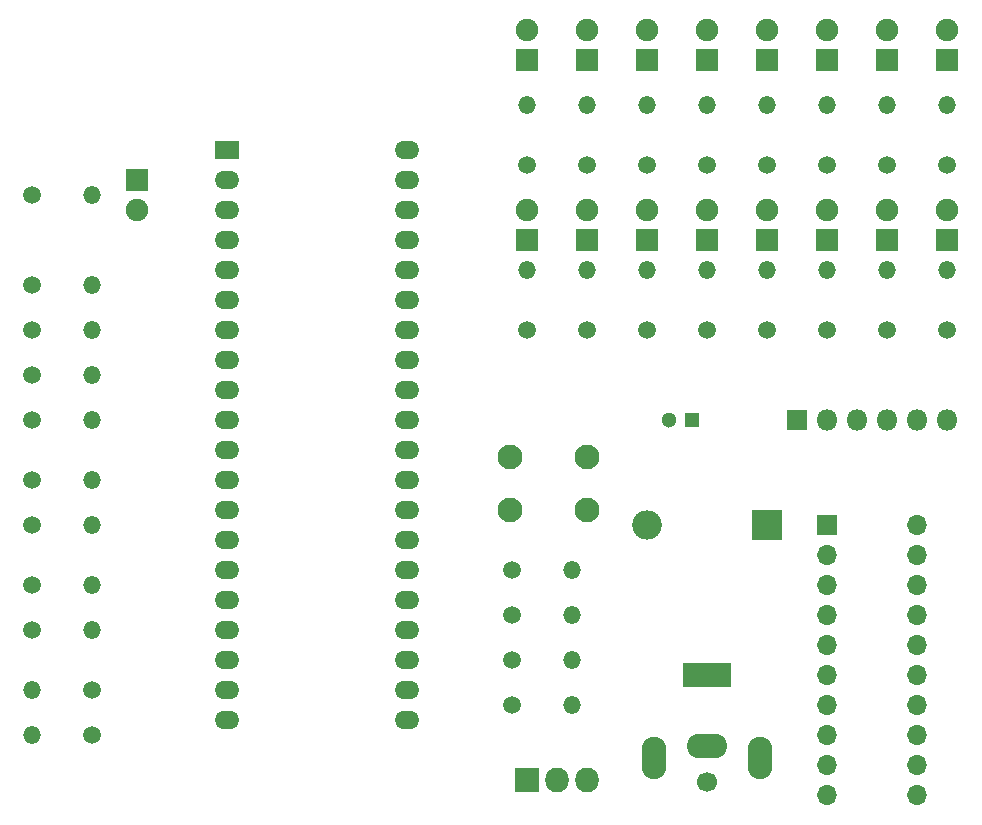
<source format=gbr>
%TF.GenerationSoftware,KiCad,Pcbnew,(5.1.6)-1*%
%TF.CreationDate,2021-01-18T21:57:41+00:00*%
%TF.ProjectId,z80 Processor,7a383020-5072-46f6-9365-73736f722e6b,v01*%
%TF.SameCoordinates,Original*%
%TF.FileFunction,Soldermask,Top*%
%TF.FilePolarity,Negative*%
%FSLAX46Y46*%
G04 Gerber Fmt 4.6, Leading zero omitted, Abs format (unit mm)*
G04 Created by KiCad (PCBNEW (5.1.6)-1) date 2021-01-18 21:57:41*
%MOMM*%
%LPD*%
G01*
G04 APERTURE LIST*
%ADD10C,1.900000*%
%ADD11R,1.900000X1.900000*%
%ADD12O,1.800000X1.800000*%
%ADD13R,1.800000X1.800000*%
%ADD14O,1.500000X1.500000*%
%ADD15C,1.500000*%
%ADD16O,2.100000X1.540000*%
%ADD17R,2.100000X1.540000*%
%ADD18O,2.500000X2.500000*%
%ADD19R,2.500000X2.500000*%
%ADD20O,2.005000X2.100000*%
%ADD21R,2.005000X2.100000*%
%ADD22O,1.700000X1.700000*%
%ADD23R,1.700000X1.700000*%
%ADD24C,2.100000*%
%ADD25C,1.700000*%
%ADD26O,2.100000X3.600000*%
%ADD27O,3.400000X2.100000*%
%ADD28R,4.100000X2.100000*%
%ADD29C,1.300000*%
%ADD30R,1.300000X1.300000*%
G04 APERTURE END LIST*
D10*
%TO.C,D9*%
X164040000Y-68140000D03*
D11*
X164040000Y-70680000D03*
%TD*%
D12*
%TO.C,J1*%
X184360000Y-101160000D03*
X181820000Y-101160000D03*
X179280000Y-101160000D03*
X176740000Y-101160000D03*
X174200000Y-101160000D03*
D13*
X171660000Y-101160000D03*
%TD*%
D14*
%TO.C,R7*%
X106890000Y-124020000D03*
D15*
X111970000Y-124020000D03*
%TD*%
D16*
%TO.C,U3*%
X138640000Y-126560000D03*
X123400000Y-126560000D03*
X138640000Y-124020000D03*
X123400000Y-124020000D03*
X138640000Y-121480000D03*
X123400000Y-121480000D03*
X138640000Y-118940000D03*
X123400000Y-118940000D03*
X138640000Y-116400000D03*
X123400000Y-116400000D03*
X138640000Y-113860000D03*
X123400000Y-113860000D03*
X138640000Y-111320000D03*
X123400000Y-111320000D03*
X138640000Y-108780000D03*
X123400000Y-108780000D03*
X138640000Y-106240000D03*
X123400000Y-106240000D03*
X138640000Y-103700000D03*
X123400000Y-103700000D03*
X138640000Y-101160000D03*
X123400000Y-101160000D03*
X138640000Y-98620000D03*
X123400000Y-98620000D03*
X138640000Y-96080000D03*
X123400000Y-96080000D03*
X138640000Y-93540000D03*
X123400000Y-93540000D03*
X138640000Y-91000000D03*
X123400000Y-91000000D03*
X138640000Y-88460000D03*
X123400000Y-88460000D03*
X138640000Y-85920000D03*
X123400000Y-85920000D03*
X138640000Y-83380000D03*
X123400000Y-83380000D03*
X138640000Y-80840000D03*
X123400000Y-80840000D03*
X138640000Y-78300000D03*
D17*
X123400000Y-78300000D03*
%TD*%
D18*
%TO.C,D2*%
X158960000Y-110050000D03*
D19*
X169120000Y-110050000D03*
%TD*%
D20*
%TO.C,U2*%
X153880000Y-131640000D03*
X151340000Y-131640000D03*
D21*
X148800000Y-131640000D03*
%TD*%
D22*
%TO.C,U1*%
X181820000Y-110050000D03*
X174200000Y-132910000D03*
X181820000Y-112590000D03*
X174200000Y-130370000D03*
X181820000Y-115130000D03*
X174200000Y-127830000D03*
X181820000Y-117670000D03*
X174200000Y-125290000D03*
X181820000Y-120210000D03*
X174200000Y-122750000D03*
X181820000Y-122750000D03*
X174200000Y-120210000D03*
X181820000Y-125290000D03*
X174200000Y-117670000D03*
X181820000Y-127830000D03*
X174200000Y-115130000D03*
X181820000Y-130370000D03*
X174200000Y-112590000D03*
X181820000Y-132910000D03*
D23*
X174200000Y-110050000D03*
%TD*%
D24*
%TO.C,SW1*%
X147380000Y-108780000D03*
X147380000Y-104280000D03*
X153880000Y-108780000D03*
X153880000Y-104280000D03*
%TD*%
D14*
%TO.C,R31*%
X153880000Y-74490000D03*
D15*
X153880000Y-79570000D03*
%TD*%
D14*
%TO.C,R30*%
X164040000Y-74490000D03*
D15*
X164040000Y-79570000D03*
%TD*%
D14*
%TO.C,R29*%
X174200000Y-74490000D03*
D15*
X174200000Y-79570000D03*
%TD*%
D14*
%TO.C,R28*%
X184360000Y-74490000D03*
D15*
X184360000Y-79570000D03*
%TD*%
D14*
%TO.C,R27*%
X153880000Y-88460000D03*
D15*
X153880000Y-93540000D03*
%TD*%
D14*
%TO.C,R26*%
X164040000Y-88460000D03*
D15*
X164040000Y-93540000D03*
%TD*%
D14*
%TO.C,R25*%
X174200000Y-88460000D03*
D15*
X174200000Y-93540000D03*
%TD*%
D14*
%TO.C,R24*%
X184360000Y-88460000D03*
D15*
X184360000Y-93540000D03*
%TD*%
D14*
%TO.C,R23*%
X148800000Y-74490000D03*
D15*
X148800000Y-79570000D03*
%TD*%
D14*
%TO.C,R22*%
X158960000Y-74490000D03*
D15*
X158960000Y-79570000D03*
%TD*%
D14*
%TO.C,R21*%
X169120000Y-74490000D03*
D15*
X169120000Y-79570000D03*
%TD*%
D14*
%TO.C,R20*%
X179280000Y-74490000D03*
D15*
X179280000Y-79570000D03*
%TD*%
D14*
%TO.C,R19*%
X148800000Y-88460000D03*
D15*
X148800000Y-93540000D03*
%TD*%
D14*
%TO.C,R18*%
X158960000Y-88460000D03*
D15*
X158960000Y-93540000D03*
%TD*%
D14*
%TO.C,R17*%
X169120000Y-88460000D03*
D15*
X169120000Y-93540000D03*
%TD*%
D14*
%TO.C,R16*%
X179280000Y-88460000D03*
D15*
X179280000Y-93540000D03*
%TD*%
D14*
%TO.C,R15*%
X111970000Y-115130000D03*
D15*
X106890000Y-115130000D03*
%TD*%
D14*
%TO.C,R14*%
X111970000Y-118940000D03*
D15*
X106890000Y-118940000D03*
%TD*%
D14*
%TO.C,R13*%
X111970000Y-106240000D03*
D15*
X106890000Y-106240000D03*
%TD*%
D14*
%TO.C,R12*%
X111970000Y-93540000D03*
D15*
X106890000Y-93540000D03*
%TD*%
D14*
%TO.C,R11*%
X111970000Y-89730000D03*
D15*
X106890000Y-89730000D03*
%TD*%
D14*
%TO.C,R10*%
X111970000Y-97350000D03*
D15*
X106890000Y-97350000D03*
%TD*%
D14*
%TO.C,R9*%
X111970000Y-101160000D03*
D15*
X106890000Y-101160000D03*
%TD*%
D14*
%TO.C,R8*%
X111970000Y-110050000D03*
D15*
X106890000Y-110050000D03*
%TD*%
D14*
%TO.C,R6*%
X106890000Y-127830000D03*
D15*
X111970000Y-127830000D03*
%TD*%
D14*
%TO.C,R5*%
X152610000Y-113860000D03*
D15*
X147530000Y-113860000D03*
%TD*%
D14*
%TO.C,R4*%
X111970000Y-82110000D03*
D15*
X106890000Y-82110000D03*
%TD*%
D14*
%TO.C,R3*%
X152610000Y-121480000D03*
D15*
X147530000Y-121480000D03*
%TD*%
D14*
%TO.C,R2*%
X152610000Y-125290000D03*
D15*
X147530000Y-125290000D03*
%TD*%
D14*
%TO.C,R1*%
X152610000Y-117670000D03*
D15*
X147530000Y-117670000D03*
%TD*%
D25*
%TO.C,J2*%
X164040000Y-131750000D03*
D26*
X168540000Y-129750000D03*
X159540000Y-129750000D03*
D27*
X164040000Y-128750000D03*
D28*
X164040000Y-122750000D03*
%TD*%
D10*
%TO.C,D18*%
X148800000Y-68140000D03*
D11*
X148800000Y-70680000D03*
%TD*%
D10*
%TO.C,D17*%
X158960000Y-68140000D03*
D11*
X158960000Y-70680000D03*
%TD*%
D10*
%TO.C,D16*%
X169120000Y-68140000D03*
D11*
X169120000Y-70680000D03*
%TD*%
D10*
%TO.C,D15*%
X179280000Y-68140000D03*
D11*
X179280000Y-70680000D03*
%TD*%
D10*
%TO.C,D14*%
X148800000Y-83380000D03*
D11*
X148800000Y-85920000D03*
%TD*%
D10*
%TO.C,D13*%
X158960000Y-83380000D03*
D11*
X158960000Y-85920000D03*
%TD*%
D10*
%TO.C,D12*%
X169120000Y-83380000D03*
D11*
X169120000Y-85920000D03*
%TD*%
D10*
%TO.C,D11*%
X179280000Y-83380000D03*
D11*
X179280000Y-85920000D03*
%TD*%
D10*
%TO.C,D10*%
X153880000Y-68140000D03*
D11*
X153880000Y-70680000D03*
%TD*%
D10*
%TO.C,D8*%
X174200000Y-68140000D03*
D11*
X174200000Y-70680000D03*
%TD*%
D10*
%TO.C,D7*%
X184360000Y-68140000D03*
D11*
X184360000Y-70680000D03*
%TD*%
D10*
%TO.C,D6*%
X153880000Y-83380000D03*
D11*
X153880000Y-85920000D03*
%TD*%
D10*
%TO.C,D5*%
X164040000Y-83380000D03*
D11*
X164040000Y-85920000D03*
%TD*%
D10*
%TO.C,D4*%
X174200000Y-83380000D03*
D11*
X174200000Y-85920000D03*
%TD*%
D10*
%TO.C,D3*%
X184360000Y-83380000D03*
D11*
X184360000Y-85920000D03*
%TD*%
D10*
%TO.C,D1*%
X115780000Y-83380000D03*
D11*
X115780000Y-80840000D03*
%TD*%
D29*
%TO.C,C1*%
X160770000Y-101160000D03*
D30*
X162770000Y-101160000D03*
%TD*%
M02*

</source>
